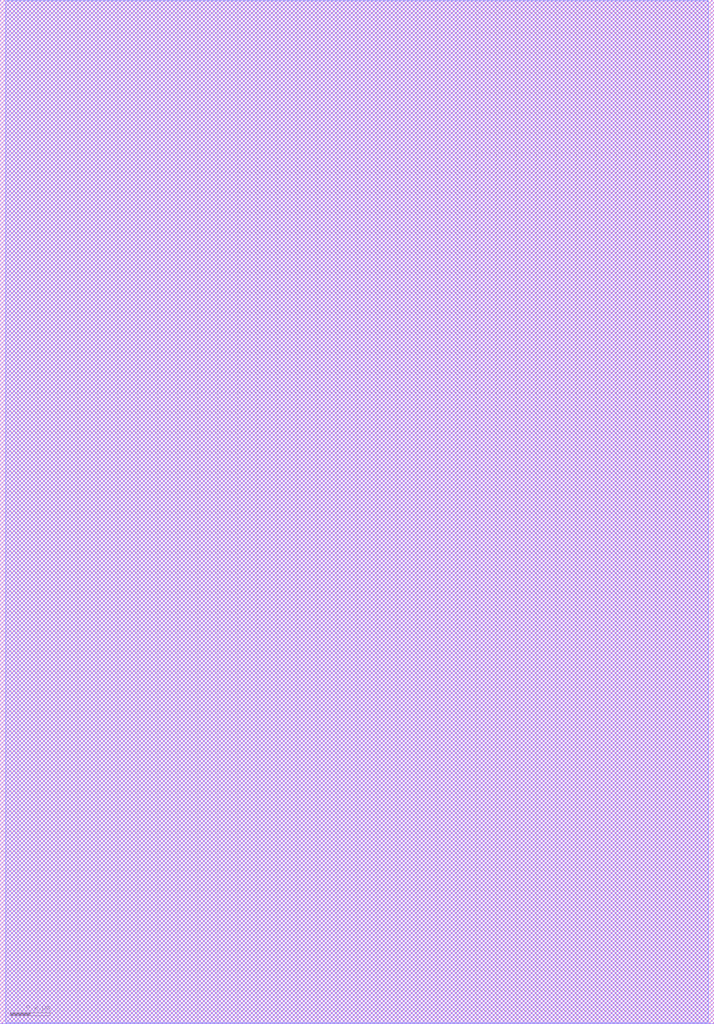
<source format=lef>
# Copyright 2020 The SkyWater PDK Authors
#
# Licensed under the Apache License, Version 2.0 (the "License");
# you may not use this file except in compliance with the License.
# You may obtain a copy of the License at
#
#     https://www.apache.org/licenses/LICENSE-2.0
#
# Unless required by applicable law or agreed to in writing, software
# distributed under the License is distributed on an "AS IS" BASIS,
# WITHOUT WARRANTIES OR CONDITIONS OF ANY KIND, either express or implied.
# See the License for the specific language governing permissions and
# limitations under the License.
#
# SPDX-License-Identifier: Apache-2.0

VERSION 5.7 ;
  NOWIREEXTENSIONATPIN ON ;
  DIVIDERCHAR "/" ;
  BUSBITCHARS "[]" ;
MACRO sky130_fd_pr__rf_sh_auvia__example_182062124
  CLASS BLOCK ;
  FOREIGN sky130_fd_pr__rf_sh_auvia__example_182062124 ;
  ORIGIN  1.790000  2.565000 ;
  SIZE  3.580000 BY  5.130000 ;
  OBS
    LAYER met3 ;
      RECT -1.790000 -2.565000 1.790000 2.565000 ;
    LAYER met4 ;
      RECT -1.790000 -2.565000 1.790000 2.565000 ;
    LAYER via3 ;
      RECT -1.760000 -2.560000 1.760000 2.560000 ;
  END
END sky130_fd_pr__rf_sh_auvia__example_182062124
END LIBRARY

</source>
